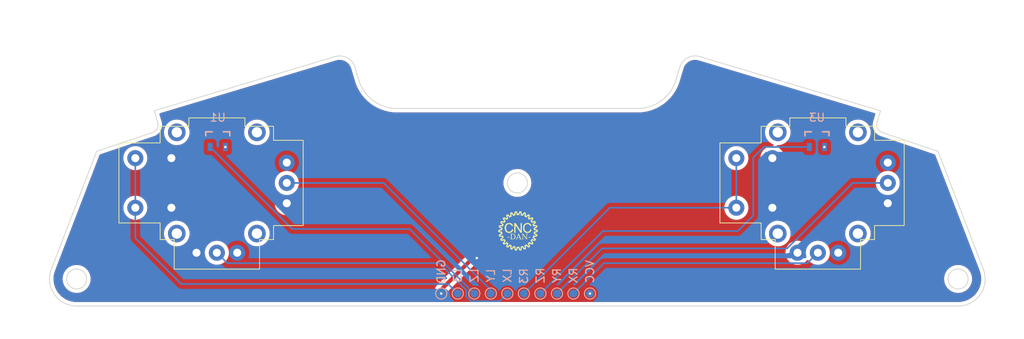
<source format=kicad_pcb>
(kicad_pcb (version 20240108) (generator "pcbnew") (generator_version "8.0")
  (layers (0 "F.Cu" signal) (31 "B.Cu" signal) (34 "B.Paste" user) (35 "F.Paste" user) (36 "B.SilkS" user "B.Silkscreen") (37 "F.SilkS" user "F.Silkscreen") (38 "B.Mask" user) (39 "F.Mask" user) (44 "Edge.Cuts" user))
  (net 0 "")
  (net 1 "GND")
  (net 2 "+5V")
  (net 3 "/R3")
  (net 4 "/L3")
  (net 5 "Net-(Left_Joystick1-SHIELD-PadS1)")
  (net 6 "/LX")
  (net 7 "/LY")
  (net 8 "/LZ")
  (net 9 "/RX")
  (net 10 "Net-(Right_Joystick1-SHIELD-PadS1)")
  (net 11 "/RY")
  (net 12 "/RZ")
  (footprint "Parts:PS5 Joystick" (layer "F.Cu") (at 116.5625 107.675)
    (property "Reference" "Left_Joystick1" (hide yes))
    (property "Value" "COM-09032")
    (fp_poly (pts (xy 3.5 -8.125) (xy 3.5 -7.075) (xy 7.075 -7.075) (xy 7.075 -5.325) (xy 10.775 -5.325) (xy 10.775 5.325) (xy 7.075 5.325) (xy 7.075 7.075) (xy 5.325 7.075) (xy 5.325 10.775) (xy -5.325 10.775) (xy -5.325 7.075) (xy -7.075 7.075) (xy -7.075 5) (xy -12.225 5) (xy -12.225 -5) (xy -7.075 -5) (xy -7.075 -7.075) (xy -3.5 -7.075) (xy -3.5 -8.125)) (stroke (width 0.1)) (fill none) (layer "F.SilkS"))
    (pad "B1A" thru_hole circle (at -10.175 -3.1) (size 2 2) (drill 1) (layers "*.Cu" "*.Mask") (net 4 "/L3"))
    (pad "B1A" thru_hole circle (at -10.175 3.1) (size 2 2) (drill 1) (layers "*.Cu" "*.Mask") (net 4 "/L3"))
    (pad "B2A" thru_hole circle (at -5.675 -3.1) (size 2 2) (drill 1) (layers "*.Cu" "*.Mask") (net 1 "GND"))
    (pad "B2A" thru_hole circle (at -5.675 3.1) (size 2 2) (drill 1) (layers "*.Cu" "*.Mask") (net 1 "GND"))
    (pad "H1" thru_hole circle (at 8.725 -2.54) (size 2 2) (drill 1) (layers "*.Cu" "*.Mask") (net 2 "+5V"))
    (pad "H2" thru_hole circle (at 8.725 0) (size 2 2) (drill 1) (layers "*.Cu" "*.Mask") (net 7 "/LY"))
    (pad "H3" thru_hole circle (at 8.725 2.54) (size 2 2) (drill 1) (layers "*.Cu" "*.Mask") (net 1 "GND"))
    (pad "S1" thru_hole circle (at -5 6.325) (size 2.2 2.2) (drill 1.3) (layers "*.Cu" "*.Mask") (net 5 "Net-(Left_Joystick1-SHIELD-PadS1)"))
    (pad "S2" thru_hole circle (at 5 6.325) (size 2.2 2.2) (drill 1.3) (layers "*.Cu" "*.Mask") (net 5 "Net-(Left_Joystick1-SHIELD-PadS1)"))
    (pad "S3" thru_hole circle (at 5 -6.325) (size 2.2 2.2) (drill 1.3) (layers "*.Cu" "*.Mask") (net 5 "Net-(Left_Joystick1-SHIELD-PadS1)"))
    (pad "S4" thru_hole circle (at -5 -6.325) (size 2.2 2.2) (drill 1.3) (layers "*.Cu" "*.Mask") (net 5 "Net-(Left_Joystick1-SHIELD-PadS1)"))
    (pad "V1" thru_hole circle (at 2.54 8.725) (size 2 2) (drill 1) (layers "*.Cu" "*.Mask") (net 2 "+5V"))
    (pad "V2" thru_hole circle (at 0 8.725) (size 2 2) (drill 1) (layers "*.Cu" "*.Mask") (net 6 "/LX"))
    (pad "V3" thru_hole circle (at -2.54 8.725) (size 2 2) (drill 1) (layers "*.Cu" "*.Mask") (net 1 "GND"))
  )
  (footprint "Parts:PS5 Joystick" (layer "F.Cu") (at 191.5625 107.675)
    (property "Reference" "Right_Joystick1" (hide yes))
    (property "Value" "COM-09032")
    (fp_poly (pts (xy 3.5 -8.125) (xy 3.5 -7.075) (xy 7.075 -7.075) (xy 7.075 -5.325) (xy 10.775 -5.325) (xy 10.775 5.325) (xy 7.075 5.325) (xy 7.075 7.075) (xy 5.325 7.075) (xy 5.325 10.775) (xy -5.325 10.775) (xy -5.325 7.075) (xy -7.075 7.075) (xy -7.075 5) (xy -12.225 5) (xy -12.225 -5) (xy -7.075 -5) (xy -7.075 -7.075) (xy -3.5 -7.075) (xy -3.5 -8.125)) (stroke (width 0.1)) (fill none) (layer "F.SilkS"))
    (pad "B1A" thru_hole circle (at -10.175 -3.1) (size 2 2) (drill 1) (layers "*.Cu" "*.Mask") (net 3 "/R3"))
    (pad "B1A" thru_hole circle (at -10.175 3.1) (size 2 2) (drill 1) (layers "*.Cu" "*.Mask") (net 3 "/R3"))
    (pad "B2A" thru_hole circle (at -5.675 -3.1) (size 2 2) (drill 1) (layers "*.Cu" "*.Mask") (net 1 "GND"))
    (pad "B2A" thru_hole circle (at -5.675 3.1) (size 2 2) (drill 1) (layers "*.Cu" "*.Mask") (net 1 "GND"))
    (pad "H1" thru_hole circle (at 8.725 -2.54) (size 2 2) (drill 1) (layers "*.Cu" "*.Mask") (net 2 "+5V"))
    (pad "H2" thru_hole circle (at 8.725 0) (size 2 2) (drill 1) (layers "*.Cu" "*.Mask") (net 11 "/RY"))
    (pad "H3" thru_hole circle (at 8.725 2.54) (size 2 2) (drill 1) (layers "*.Cu" "*.Mask") (net 1 "GND"))
    (pad "S1" thru_hole circle (at -5 6.325) (size 2.2 2.2) (drill 1.3) (layers "*.Cu" "*.Mask") (net 10 "Net-(Right_Joystick1-SHIELD-PadS1)"))
    (pad "S2" thru_hole circle (at 5 6.325) (size 2.2 2.2) (drill 1.3) (layers "*.Cu" "*.Mask") (net 10 "Net-(Right_Joystick1-SHIELD-PadS1)"))
    (pad "S3" thru_hole circle (at 5 -6.325) (size 2.2 2.2) (drill 1.3) (layers "*.Cu" "*.Mask") (net 10 "Net-(Right_Joystick1-SHIELD-PadS1)"))
    (pad "S4" thru_hole circle (at -5 -6.325) (size 2.2 2.2) (drill 1.3) (layers "*.Cu" "*.Mask") (net 10 "Net-(Right_Joystick1-SHIELD-PadS1)"))
    (pad "V1" thru_hole circle (at 2.54 8.725) (size 2 2) (drill 1) (layers "*.Cu" "*.Mask") (net 2 "+5V"))
    (pad "V2" thru_hole circle (at 0 8.725) (size 2 2) (drill 1) (layers "*.Cu" "*.Mask") (net 9 "/RX"))
    (pad "V3" thru_hole circle (at -2.54 8.725) (size 2 2) (drill 1) (layers "*.Cu" "*.Mask") (net 1 "GND"))
  )
  (footprint "TestPoint:TestPoint_Pad_D1.0mm" (layer "B.Cu") (at 144.5625 121.5 180)
    (property "Reference" "GND1" (hide yes))
    (property "Value" "GND" (at 0 2.75 -90) (layer "B.SilkS") (effects (justify mirror)))
    (fp_circle (center 0 0) (end 0 -0.7) (stroke (width 0.12)) (fill none) (layer "B.SilkS"))
    (pad "1" smd circle (at 0 0 180) (size 1 1) (layers "B.Cu" "B.Mask") (net 1 "GND"))
  )
  (footprint "TestPoint:TestPoint_Pad_D1.0mm" (layer "B.Cu") (at 154.875 121.5 180)
    (property "Reference" "R3" (hide yes))
    (property "Value" "R3" (at 0 2.1875 -90) (layer "B.SilkS") (effects (justify mirror)))
    (fp_circle (center 0 0) (end 0 -0.7) (stroke (width 0.12)) (fill none) (layer "B.SilkS"))
    (pad "1" smd circle (at 0 0 180) (size 1 1) (layers "B.Cu" "B.Mask") (net 3 "/R3"))
  )
  (footprint "TestPoint:TestPoint_Pad_D1.0mm" (layer "B.Cu") (at 150.75 121.5 180)
    (property "Reference" "LY1" (hide yes))
    (property "Value" "LY" (at 0 2.25 -90) (layer "B.SilkS") (effects (justify mirror)))
    (fp_circle (center 0 0) (end 0 -0.7) (stroke (width 0.12)) (fill none) (layer "B.SilkS"))
    (pad "1" smd circle (at 0 0 180) (size 1 1) (layers "B.Cu" "B.Mask") (net 7 "/LY"))
  )
  (footprint "TestPoint:TestPoint_Pad_D1.0mm" (layer "B.Cu") (at 163.125 121.5 180)
    (property "Reference" "VCC1" (hide yes))
    (property "Value" "VCC" (at 0 2.75 -90) (layer "B.SilkS") (effects (justify mirror)))
    (fp_circle (center 0 0) (end 0 -0.7) (stroke (width 0.12)) (fill none) (layer "B.SilkS"))
    (pad "1" smd circle (at 0 0 180) (size 1 1) (layers "B.Cu" "B.Mask") (net 2 "+5V"))
  )
  (footprint "Parts:DBZ0003A_N" (layer "B.Cu") (at 191.448403 101.983686 90)
    (property "Reference" "U3" (at 2.483686 0 0) (layer "B.SilkS") (effects (justify mirror)))
    (property "Value" "DRV5053OAQDBZR")
    (fp_line (start 0.700001 -1.5) (end 0.200002 -1.5) (stroke (width 0.2)) (layer "B.SilkS"))
    (fp_line (start 0.700001 -0.699999) (end 0.700001 -1.5) (stroke (width 0.2)) (layer "B.SilkS"))
    (fp_line (start 0.700001 1.5) (end 0.700001 0.700001) (stroke (width 0.2)) (layer "B.SilkS"))
    (fp_line (start 0.700001 1.5) (end 0.200002 1.5) (stroke (width 0.2)) (layer "B.SilkS"))
    (pad "1" smd rect (at -1.2 0.950001) (size 0.599999 1) (layers "B.Cu" "B.Paste" "B.Mask") (net 2 "+5V"))
    (pad "2" smd rect (at -1.2 -0.949998) (size 0.599999 1) (layers "B.Cu" "B.Paste" "B.Mask") (net 12 "/RZ"))
    (pad "3" smd rect (at 1.2 0) (size 0.599999 1) (layers "B.Cu" "B.Paste" "B.Mask") (net 1 "GND"))
  )
  (footprint "TestPoint:TestPoint_Pad_D1.0mm" (layer "B.Cu") (at 159 121.5 180)
    (property "Reference" "RY1" (hide yes))
    (property "Value" "RY" (at 0 2.25 -90) (layer "B.SilkS") (effects (justify mirror)))
    (fp_circle (center 0 0) (end 0 -0.7) (stroke (width 0.12)) (fill none) (layer "B.SilkS"))
    (pad "1" smd circle (at 0 0 180) (size 1 1) (layers "B.Cu" "B.Mask") (net 11 "/RY"))
  )
  (footprint "Parts:DBZ0003A_N" (layer "B.Cu") (at 116.676597 101.983686 90)
    (property "Reference" "U1" (at 2.483686 0 0) (layer "B.SilkS") (effects (justify mirror)))
    (property "Value" "DRV5053OAQDBZR")
    (fp_line (start 0.700001 -1.5) (end 0.200002 -1.5) (stroke (width 0.2)) (layer "B.SilkS"))
    (fp_line (start 0.700001 -0.699999) (end 0.700001 -1.5) (stroke (width 0.2)) (layer "B.SilkS"))
    (fp_line (start 0.700001 1.5) (end 0.700001 0.700001) (stroke (width 0.2)) (layer "B.SilkS"))
    (fp_line (start 0.700001 1.5) (end 0.200002 1.5) (stroke (width 0.2)) (layer "B.SilkS"))
    (pad "1" smd rect (at -1.2 0.950001) (size 0.599999 1) (layers "B.Cu" "B.Paste" "B.Mask") (net 2 "+5V"))
    (pad "2" smd rect (at -1.2 -0.949998) (size 0.599999 1) (layers "B.Cu" "B.Paste" "B.Mask") (net 8 "/LZ"))
    (pad "3" smd rect (at 1.2 0) (size 0.599999 1) (layers "B.Cu" "B.Paste" "B.Mask") (net 1 "GND"))
  )
  (footprint "TestPoint:TestPoint_Pad_D1.0mm" (layer "B.Cu") (at 148.6875 121.5 180)
    (property "Reference" "LZ1" (hide yes))
    (property "Value" "LZ" (at 0 2.25 -90) (layer "B.SilkS") (effects (justify mirror)))
    (fp_circle (center 0 0) (end 0 -0.7) (stroke (width 0.12)) (fill none) (layer "B.SilkS"))
    (pad "1" smd circle (at 0 0 180) (size 1 1) (layers "B.Cu" "B.Mask") (net 8 "/LZ"))
  )
  (footprint "TestPoint:TestPoint_Pad_D1.0mm" (layer "B.Cu") (at 152.8125 121.5 180)
    (property "Reference" "LX1" (hide yes))
    (property "Value" "LX" (at 0 2.25 -90) (layer "B.SilkS") (effects (justify mirror)))
    (fp_circle (center 0 0) (end 0 -0.7) (stroke (width 0.12)) (fill none) (layer "B.SilkS"))
    (pad "1" smd circle (at 0 0 180) (size 1 1) (layers "B.Cu" "B.Mask") (net 6 "/LX"))
  )
  (footprint "TestPoint:TestPoint_Pad_D1.0mm" (layer "B.Cu") (at 146.625 121.5 180)
    (property "Reference" "L3" (hide yes))
    (property "Value" "L3" (at 0 2.25 -90) (layer "B.SilkS") (effects (justify mirror)))
    (fp_circle (center 0 0) (end 0 -0.7) (stroke (width 0.12)) (fill none) (layer "B.SilkS"))
    (pad "1" smd circle (at 0 0 180) (size 1 1) (layers "B.Cu" "B.Mask") (net 4 "/L3"))
  )
  (footprint "TestPoint:TestPoint_Pad_D1.0mm" (layer "B.Cu") (at 161.0625 121.5 180)
    (property "Reference" "RX1" (hide yes))
    (property "Value" "RX" (at 0 2.25 -90) (layer "B.SilkS") (effects (justify mirror)))
    (fp_circle (center 0 0) (end 0 -0.7) (stroke (width 0.12)) (fill none) (layer "B.SilkS"))
    (pad "1" smd circle (at 0 0 180) (size 1 1) (layers "B.Cu" "B.Mask") (net 9 "/RX"))
  )
  (footprint "TestPoint:TestPoint_Pad_D1.0mm" (layer "B.Cu") (at 156.9375 121.5 180)
    (property "Reference" "RZ1" (hide yes))
    (property "Value" "RZ" (at 0 2.25 -90) (layer "B.SilkS") (effects (justify mirror)))
    (fp_circle (center 0 0) (end 0 -0.7) (stroke (width 0.12)) (fill none) (layer "B.SilkS"))
    (pad "1" smd circle (at 0 0 180) (size 1 1) (layers "B.Cu" "B.Mask") (net 12 "/RZ"))
  )
  (gr_poly (pts (xy 155.5625 113.875) (xy 155.655297 113.817953) (xy 155.732834 113.739177) (xy 155.792656 113.639762) (xy 155.834763 113.519706) (xy 155.676363 113.479581) (xy 155.647913 113.572301) (xy 155.606188 113.648461) (xy 155.551188 113.70806) (xy 155.485005 113.750825) (xy 155.40973 113.776485) (xy 155.325363 113.785038) (xy 155.219615 113.770912) (xy 155.121635 113.728535) (xy 155.039915 113.657596) (xy 154.98295 113.557788) (xy 154.94951 113.433822) (xy 154.938363 113.290413) (xy 154.947773 113.173408) (xy 154.976003 113.059881) (xy 155.027449 112.959459) (xy 155.106503 112.881766) (xy 155.210718 112.83202) (xy 155.337644 112.815438) (xy 155.447683 112.830384) (xy 155.537275 112.875222) (xy 155.607232 112.952817) (xy 155.658363 113.066031) (xy 155.814363 113.029169) (xy 155.773934 112.926727) (xy 155.716971 112.840827) (xy 155.643475 112.771469) (xy 155.555355 112.720563) (xy 155.454517 112.690019) (xy 155.340963 112.679838) (xy 155.188982 112.697946) (xy 155.050291 112.752269) (xy 154.968983 112.808015) (xy 154.90112 112.878677) (xy 154.846703 112.964256) (xy 154.806959 113.062613) (xy 154.783112 113.171606) (xy 154.775163 113.291238) (xy 154.791004 113.457592) (xy 154.838528 113.612894) (xy 154.887221 113.704878) (xy 154.948812 113.781131) (xy 155.0233 113.841653) (xy 155.11228 113.885534) (xy 155.217342 113.911862) (xy 155.338488 113.920638) (xy 155.456897 113.909228)) (stroke (width 0.01)) (fill solid) (layer "F.SilkS"))
  (gr_poly (pts (xy 153.679823 112.700238) (xy 153.679823 113.900238) (xy 153.832223 113.900238) (xy 153.832223 112.958275) (xy 154.46121 113.900238) (xy 154.624223 113.900238) (xy 154.624223 112.700238) (xy 154.471823 112.700238) (xy 154.471823 113.642181) (xy 153.842835 112.700238)) (stroke (width 0.01)) (fill solid) (layer "F.SilkS"))
  (gr_poly (pts (xy 152.64762 113.290413) (xy 152.65703 113.173408) (xy 152.685261 113.059881) (xy 152.736706 112.959459) (xy 152.815761 112.881766) (xy 152.919976 112.83202) (xy 153.046901 112.815438) (xy 153.15694 112.830384) (xy 153.246533 112.875222) (xy 153.316489 112.952817) (xy 153.36762 113.066031) (xy 153.52362 113.029169) (xy 153.483191 112.926727) (xy 153.426228 112.840827) (xy 153.352733 112.771469) (xy 153.264612 112.720563) (xy 153.163774 112.690019) (xy 153.05022 112.679838) (xy 152.89824 112.697946) (xy 152.759548 112.752269) (xy 152.67824 112.808015) (xy 152.610377 112.878677) (xy 152.555961 112.964256) (xy 152.516216 113.062613) (xy 152.492369 113.171606) (xy 152.48442 113.291238) (xy 152.500261 113.457592) (xy 152.547786 113.612894) (xy 152.596478 113.704878) (xy 152.658069 113.781131) (xy 152.732558 113.841653) (xy 152.821537 113.885534) (xy 152.926599 113.911862) (xy 153.047745 113.920638) (xy 153.166154 113.909228) (xy 153.271758 113.875) (xy 153.364554 113.817953) (xy 153.442091 113.739177) (xy 153.501913 113.639762) (xy 153.54402 113.519706) (xy 153.38562 113.479581) (xy 153.35717 113.572301) (xy 153.315445 113.648461) (xy 153.260445 113.70806) (xy 153.194262 113.750825) (xy 153.118987 113.776485) (xy 153.03462 113.785038) (xy 152.928872 113.770912) (xy 152.830892 113.728535) (xy 152.749172 113.657596) (xy 152.692208 113.557788) (xy 152.658767 113.433822)) (stroke (width 0.01)) (fill solid) (layer "F.SilkS"))
  (gr_poly (pts (xy 156.467521 114.30325) (xy 156.49642 114.18541) (xy 156.330597 114.069446) (xy 156.172732 114.009795) (xy 156.195333 113.819847) (xy 156.362158 113.803165) (xy 156.551055 113.731011) (xy 156.550914 113.609679) (xy 156.362158 113.536769) (xy 156.194604 113.516631) (xy 156.171091 113.326794) (xy 156.329076 113.270673) (xy 156.495217 113.155409) (xy 156.466043 113.037637) (xy 156.265323 113.012018) (xy 156.097819 113.032563) (xy 156.029558 112.85387) (xy 156.169522 112.761571) (xy 156.303251 112.609896) (xy 156.24674 112.502528) (xy 156.045721 112.525689) (xy 155.888001 112.585723) (xy 155.77896 112.428558) (xy 155.892768 112.305446) (xy 155.986313 112.126176) (xy 155.905749 112.035452) (xy 155.716115 112.106046) (xy 155.577345 112.20208) (xy 155.43386 112.075578) (xy 155.514898 111.928807) (xy 155.562822 111.732359) (xy 155.462888 111.663552) (xy 155.295659 111.777477) (xy 155.183904 111.903931) (xy 155.014314 111.815443) (xy 155.057873 111.653543) (xy 155.057392 111.451334) (xy 154.943894 111.408442) (xy 154.808789 111.559078) (xy 154.730543 111.708602) (xy 154.544705 111.66327) (xy 154.548253 111.495651) (xy 154.499394 111.299433) (xy 154.37893 111.284949) (xy 154.2838 111.46354) (xy 154.243611 111.627444) (xy 154.052325 111.627904) (xy 154.015656 111.464306) (xy 153.921259 111.285483) (xy 153.800829 111.300249) (xy 153.751202 111.496417) (xy 153.751407 111.665176) (xy 153.565789 111.7114) (xy 153.491033 111.561332) (xy 153.356584 111.410296) (xy 153.243187 111.453453) (xy 153.241949 111.655797) (xy 153.282534 111.819603) (xy 153.113372 111.908906) (xy 153.004875 111.781088) (xy 152.838188 111.666617) (xy 152.738414 111.735657) (xy 152.785636 111.932418) (xy 152.864243 112.081752) (xy 152.721368 112.208942) (xy 152.585435 112.110804) (xy 152.396197 112.03955) (xy 152.315845 112.130462) (xy 152.408782 112.310204) (xy 152.520844 112.436386) (xy 152.412559 112.594073) (xy 152.25709 112.531317) (xy 152.056298 112.507422) (xy 152.000038 112.614921) (xy 152.13329 112.767199) (xy 152.272292 112.862897) (xy 152.204891 113.041916) (xy 152.038921 113.01819) (xy 151.838245 113.043041) (xy 151.809346 113.160881) (xy 151.975168 113.276844) (xy 152.133033 113.336496) (xy 152.110433 113.526443) (xy 151.943608 113.543126) (xy 151.75471 113.61528) (xy 151.754852 113.736611) (xy 151.943608 113.809521) (xy 152.111161 113.82966) (xy 152.134674 114.019497) (xy 151.976689 114.075618) (xy 151.810548 114.190882) (xy 151.839723 114.308654) (xy 152.040442 114.334273) (xy 152.207946 114.313728) (xy 152.276207 114.492421) (xy 152.136244 114.58472) (xy 152.002515 114.736394) (xy 152.059026 114.843762) (xy 152.260044 114.820602) (xy 152.417764 114.760568) (xy 152.526805 114.917732) (xy 152.412998 115.040845) (xy 152.319453 115.220115) (xy 152.400017 115.310839) (xy 152.589651 115.240245) (xy 152.728421 115.14421) (xy 152.871905 115.270713) (xy 152.790867 115.417484) (xy 152.742943 115.613931) (xy 152.842877 115.682739) (xy 153.010107 115.568814) (xy 153.121862 115.44236) (xy 153.291451 115.530848) (xy 153.247893 115.692748) (xy 153.248374 115.894956) (xy 153.361871 115.937849) (xy 153.496977 115.787213) (xy 153.575222 115.637689) (xy 153.76106 115.683021) (xy 153.757512 115.85064) (xy 153.806371 116.046858) (xy 153.926835 116.061342) (xy 154.021966 115.882751) (xy 154.062154 115.718846) (xy 154.25344 115.718387) (xy 154.29011 115.881984) (xy 154.384507 116.060808) (xy 154.504937 116.046042) (xy 154.554563 115.849874) (xy 154.554359 115.681115) (xy 154.739977 115.634891) (xy 154.814732 115.784959) (xy 154.949181 115.935995) (xy 155.062578 115.892838) (xy 155.063816 115.690494) (xy 155.023231 115.526687) (xy 155.192393 115.437385) (xy 155.30089 115.565203) (xy 155.467578 115.679674) (xy 155.567351 115.610633) (xy 155.520129 115.413873) (xy 155.441522 115.264539) (xy 155.584397 115.137348) (xy 155.72033 115.235487) (xy 155.909569 115.306741) (xy 155.98992 115.215829) (xy 155.896983 115.036087) (xy 155.784922 114.909904) (xy 155.893207 114.752217) (xy 156.048676 114.814973) (xy 156.249468 114.838869) (xy 156.305728 114.731369) (xy 156.172476 114.579092) (xy 156.033473 114.483394) (xy 156.100875 114.304375) (xy 156.266845 114.328101)) (stroke (width 0.15)) (fill none) (layer "F.SilkS"))
  (gr_arc (start 174.327877 93.225788) (mid 175.295657 92.039784) (end 176.818612 91.885477) (stroke (width 0.1)) (layer "Edge.Cuts"))
  (gr_circle (center 209.0625 119.675) (end 210.3125 119.675) (stroke (width 0.1)) (fill none) (layer "Edge.Cuts"))
  (gr_line (start 199.379376 98.660231) (end 198.937172 100.132821) (stroke (width 0.1)) (layer "Edge.Cuts"))
  (gr_line (start 99.062499 123.055439) (end 209.0625 123.055439) (stroke (width 0.1)) (layer "Edge.Cuts"))
  (gr_line (start 139.0625 98.375) (end 169.0625 98.374999) (stroke (width 0.1)) (layer "Edge.Cuts"))
  (gr_line (start 212.218412 118.463559) (end 206.5625 103.729405) (stroke (width 0.1)) (layer "Edge.Cuts"))
  (gr_circle (center 154.0625 107.675) (end 155.3125 107.675) (stroke (width 0.1)) (fill none) (layer "Edge.Cuts"))
  (gr_circle (center 99.0625 119.675) (end 100.3125 119.675) (stroke (width 0.1)) (fill none) (layer "Edge.Cuts"))
  (gr_arc (start 131.306384 91.885464) (mid 132.832523 92.041484) (end 133.799197 93.232694) (stroke (width 0.1)) (layer "Edge.Cuts"))
  (gr_arc (start 139.0625 98.375) (mid 136.078381 97.386862) (end 134.273751 94.813014) (stroke (width 0.1)) (layer "Edge.Cuts"))
  (gr_line (start 101.5625 103.729405) (end 108.549699 101.364301) (stroke (width 0.1)) (layer "Edge.Cuts"))
  (gr_line (start 109.186832 100.129503) (end 108.745624 98.660231) (stroke (width 0.1)) (layer "Edge.Cuts"))
  (gr_line (start 101.5625 103.729405) (end 95.906588 118.46356) (stroke (width 0.1)) (layer "Edge.Cuts"))
  (gr_arc (start 99.062499 123.055439) (mid 96.276591 121.589702) (end 95.906588 118.46356) (stroke (width 0.1)) (layer "Edge.Cuts"))
  (gr_arc (start 173.851249 94.813014) (mid 172.046619 97.386862) (end 169.0625 98.374999) (stroke (width 0.1)) (layer "Edge.Cuts"))
  (gr_arc (start 212.218412 118.463559) (mid 211.848409 121.589702) (end 209.0625 123.055439) (stroke (width 0.1)) (layer "Edge.Cuts"))
  (gr_line (start 108.745624 98.660231) (end 131.306384 91.885464) (stroke (width 0.1)) (layer "Edge.Cuts"))
  (gr_line (start 133.799197 93.232694) (end 134.273751 94.813014) (stroke (width 0.1)) (layer "Edge.Cuts"))
  (gr_arc (start 199.575283 101.364295) (mid 199.00803 100.877166) (end 198.937172 100.132821) (stroke (width 0.1)) (layer "Edge.Cuts"))
  (gr_line (start 173.851249 94.813014) (end 174.327877 93.225788) (stroke (width 0.1)) (layer "Edge.Cuts"))
  (gr_arc (start 109.186832 100.129503) (mid 109.117756 100.875633) (end 108.549699 101.364301) (stroke (width 0.1)) (layer "Edge.Cuts"))
  (gr_line (start 176.818612 91.885477) (end 199.379376 98.660231) (stroke (width 0.1)) (layer "Edge.Cuts"))
  (gr_line (start 199.575283 101.364295) (end 206.5625 103.729405) (stroke (width 0.1)) (layer "Edge.Cuts"))
  (gr_text "-DAN-" (at 152.799978 114.837863 0) (layer "F.SilkS") (effects (font (size 0.68 0.68)) (justify left bottom)))
  (segment (start 144.5625 121) (end 148.5 117.0625) (width 0.5) (layer "F.Cu") (net 1))
  (segment (start 148.5 117.0625) (end 149 117.0625) (width 0.5) (layer "F.Cu") (net 1))
  (segment (start 144.5625 121.5) (end 144.5625 121) (width 0.5) (layer "F.Cu") (net 1))
  (via (at 144.5625 121.5) (size 0.6) (drill 0.3) (layers "F.Cu" "B.Cu") (net 1))
  (via (at 149 117.0625) (size 0.6) (drill 0.3) (layers "F.Cu" "B.Cu") (net 1))
  (via (at 117.625 103.1875) (size 0.6) (drill 0.3) (layers "F.Cu" "B.Cu") (net 2))
  (via (at 192.375 103.1875) (size 0.6) (drill 0.3) (layers "F.Cu" "B.Cu") (net 2))
  (via (at 163.125 121.5) (size 0.6) (drill 0.3) (layers "F.Cu" "B.Cu") (net 2))
  (segment (start 181.3875 104.575) (end 181.3875 110.775) (width 0.2) (layer "B.Cu") (net 3))
  (segment (start 165.6 110.775) (end 154.875 121.5) (width 0.2) (layer "B.Cu") (net 3))
  (segment (start 181.3875 110.775) (end 165.6 110.775) (width 0.2) (layer "B.Cu") (net 3))
  (segment (start 106.3875 110.775) (end 106.3875 114.575) (width 0.2) (layer "B.Cu") (net 4))
  (segment (start 106.3875 104.575) (end 106.3875 110.775) (width 0.2) (layer "B.Cu") (net 4))
  (segment (start 112.125 120.3125) (end 145.4375 120.3125) (width 0.2) (layer "B.Cu") (net 4))
  (segment (start 106.3875 114.575) (end 112.125 120.3125) (width 0.2) (layer "B.Cu") (net 4))
  (segment (start 145.4375 120.3125) (end 146.625 121.5) (width 0.2) (layer "B.Cu") (net 4))
  (segment (start 117.8625 117.7) (end 116.5625 116.4) (width 0.2) (layer "B.Cu") (net 6))
  (segment (start 147.6875 121.875) (end 147.6875 121.065686) (width 0.2) (layer "B.Cu") (net 6))
  (segment (start 152.8125 121.5) (end 151.857061 122.455439) (width 0.2) (layer "B.Cu") (net 6))
  (segment (start 151.857061 122.455439) (end 148.267939 122.455439) (width 0.2) (layer "B.Cu") (net 6))
  (segment (start 147.6875 121.065686) (end 144.321814 117.7) (width 0.2) (layer "B.Cu") (net 6))
  (segment (start 148.267939 122.455439) (end 147.6875 121.875) (width 0.2) (layer "B.Cu") (net 6))
  (segment (start 144.321814 117.7) (end 117.8625 117.7) (width 0.2) (layer "B.Cu") (net 6))
  (segment (start 137.3625 107.675) (end 150.75 121.0625) (width 0.2) (layer "B.Cu") (net 7))
  (segment (start 150.75 121.0625) (end 150.75 121.5) (width 0.2) (layer "B.Cu") (net 7))
  (segment (start 125.2875 107.675) (end 137.3625 107.675) (width 0.2) (layer "B.Cu") (net 7))
  (segment (start 140.625 113.4375) (end 148.6875 121.5) (width 0.2) (layer "B.Cu") (net 8))
  (segment (start 125.980413 113.4375) (end 140.625 113.4375) (width 0.2) (layer "B.Cu") (net 8))
  (segment (start 115.726599 103.183686) (end 125.980413 113.4375) (width 0.2) (layer "B.Cu") (net 8))
  (segment (start 191.5625 116.4) (end 190.2625 117.7) (width 0.2) (layer "B.Cu") (net 9))
  (segment (start 190.2625 117.7) (end 164.8625 117.7) (width 0.2) (layer "B.Cu") (net 9))
  (segment (start 164.8625 117.7) (end 161.0625 121.5) (width 0.2) (layer "B.Cu") (net 9))
  (segment (start 164.638478 115.861522) (end 159 121.5) (width 0.2) (layer "B.Cu") (net 11))
  (segment (start 195.909022 107.675) (end 187.7225 115.861522) (width 0.2) (layer "B.Cu") (net 11))
  (segment (start 159 121.5) (end 159.375 121.875) (width 0.2) (layer "B.Cu") (net 11))
  (segment (start 187.7225 115.861522) (end 164.638478 115.861522) (width 0.2) (layer "B.Cu") (net 11))
  (segment (start 200.2875 107.675) (end 195.909022 107.675) (width 0.2) (layer "B.Cu") (net 11))
  (segment (start 190.498405 103.183686) (end 184.816314 103.183686) (width 0.2) (layer "B.Cu") (net 12))
  (segment (start 183.5 111.75) (end 181.5625 113.6875) (width 0.2) (layer "B.Cu") (net 12))
  (segment (start 164.75 113.6875) (end 156.9375 121.5) (width 0.2) (layer "B.Cu") (net 12))
  (segment (start 181.5625 113.6875) (end 164.75 113.6875) (width 0.2) (layer "B.Cu") (net 12))
  (segment (start 184.816314 103.183686) (end 183.5 104.5) (width 0.2) (layer "B.Cu") (net 12))
  (segment (start 183.5 104.5) (end 183.5 111.75) (width 0.2) (layer "B.Cu") (net 12))
  (zone (net 2) (net_name "+5V") (layer "F.Cu") (priority 1) (connect_pads yes (clearance 0.5)) (min_thickness 0.25) (fill yes (thermal_gap 0.5) (thermal_bridge_width 0.5))
    (polygon (pts (xy 89.5 84.8125) (xy 89.5 127.1875) (xy 217 127.1875) (xy 217.3125 126.875) (xy 217.3125 86.5625) (xy 215.5625 84.8125)))
  )
  (zone (net 1) (net_name "GND") (layer "B.Cu") (connect_pads yes (clearance 0.5)) (min_thickness 0.25) (fill yes (thermal_gap 0.5) (thermal_bridge_width 0.5))
    (polygon (pts (xy 90.625 126.0625) (xy 214.3125 126.0625) (xy 215 125.375) (xy 215 89.8125) (xy 213.125 87.9375) (xy 90.625 87.9375)))
  )
)
</source>
